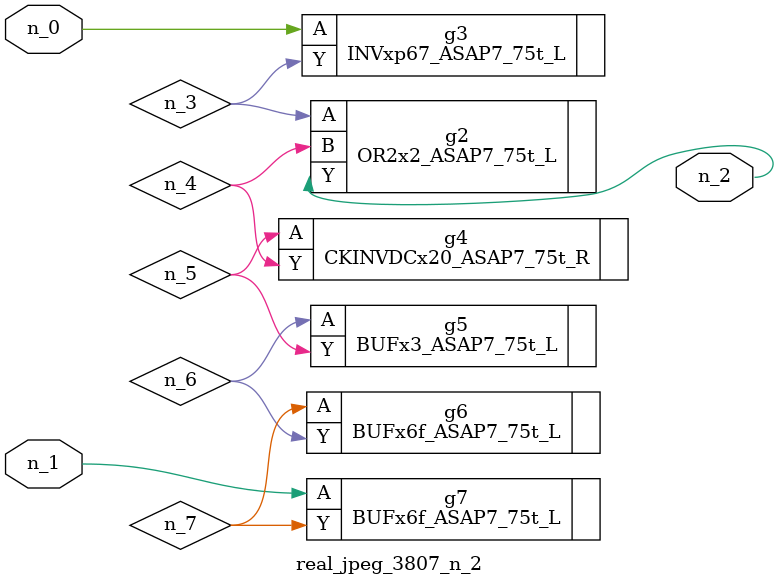
<source format=v>
module real_jpeg_3807_n_2 (n_1, n_0, n_2);

input n_1;
input n_0;

output n_2;

wire n_5;
wire n_4;
wire n_6;
wire n_7;
wire n_3;

INVxp67_ASAP7_75t_L g3 ( 
.A(n_0),
.Y(n_3)
);

BUFx6f_ASAP7_75t_L g7 ( 
.A(n_1),
.Y(n_7)
);

OR2x2_ASAP7_75t_L g2 ( 
.A(n_3),
.B(n_4),
.Y(n_2)
);

CKINVDCx20_ASAP7_75t_R g4 ( 
.A(n_5),
.Y(n_4)
);

BUFx3_ASAP7_75t_L g5 ( 
.A(n_6),
.Y(n_5)
);

BUFx6f_ASAP7_75t_L g6 ( 
.A(n_7),
.Y(n_6)
);


endmodule
</source>
